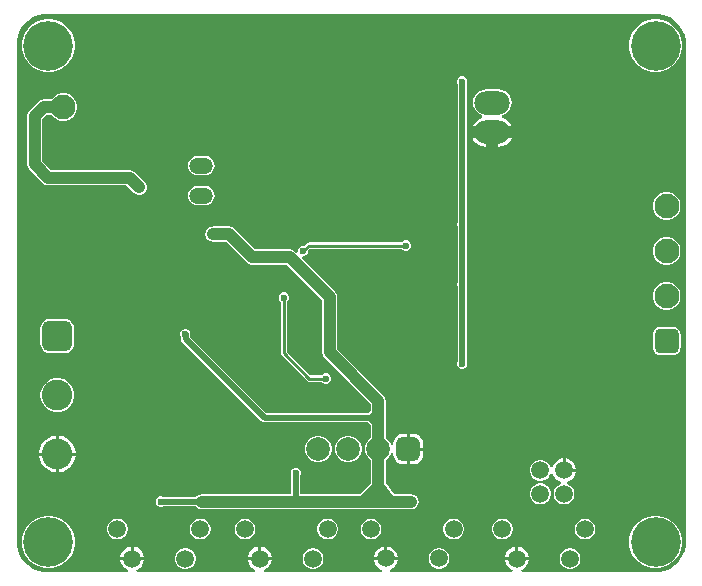
<source format=gbr>
%TF.GenerationSoftware,Altium Limited,Altium Designer,24.6.1 (21)*%
G04 Layer_Physical_Order=2*
G04 Layer_Color=16711680*
%FSLAX45Y45*%
%MOMM*%
%TF.SameCoordinates,C5CCA8AA-8E71-476F-B662-92032E94D40D*%
%TF.FilePolarity,Positive*%
%TF.FileFunction,Copper,L2,Bot,Signal*%
%TF.Part,Single*%
G01*
G75*
%TA.AperFunction,Conductor*%
%ADD28C,0.25400*%
%ADD30C,1.00000*%
%ADD31C,0.50000*%
%TA.AperFunction,ComponentPad*%
%ADD33C,1.50000*%
%ADD34C,2.00000*%
G04:AMPARAMS|DCode=35|XSize=2mm|YSize=2mm|CornerRadius=0.5mm|HoleSize=0mm|Usage=FLASHONLY|Rotation=180.000|XOffset=0mm|YOffset=0mm|HoleType=Round|Shape=RoundedRectangle|*
%AMROUNDEDRECTD35*
21,1,2.00000,1.00000,0,0,180.0*
21,1,1.00000,2.00000,0,0,180.0*
1,1,1.00000,-0.50000,0.50000*
1,1,1.00000,0.50000,0.50000*
1,1,1.00000,0.50000,-0.50000*
1,1,1.00000,-0.50000,-0.50000*
%
%ADD35ROUNDEDRECTD35*%
%ADD36O,2.00000X1.35800*%
%TA.AperFunction,ViaPad*%
%ADD37C,4.20000*%
%TA.AperFunction,ComponentPad*%
%ADD38O,3.00000X2.00000*%
%ADD39C,2.10000*%
%ADD40C,2.60000*%
G04:AMPARAMS|DCode=41|XSize=2.6mm|YSize=2.6mm|CornerRadius=0.65mm|HoleSize=0mm|Usage=FLASHONLY|Rotation=270.000|XOffset=0mm|YOffset=0mm|HoleType=Round|Shape=RoundedRectangle|*
%AMROUNDEDRECTD41*
21,1,2.60000,1.30000,0,0,270.0*
21,1,1.30000,2.60000,0,0,270.0*
1,1,1.30000,-0.65000,-0.65000*
1,1,1.30000,-0.65000,0.65000*
1,1,1.30000,0.65000,0.65000*
1,1,1.30000,0.65000,-0.65000*
%
%ADD41ROUNDEDRECTD41*%
G04:AMPARAMS|DCode=42|XSize=2.1mm|YSize=2.1mm|CornerRadius=0.525mm|HoleSize=0mm|Usage=FLASHONLY|Rotation=90.000|XOffset=0mm|YOffset=0mm|HoleType=Round|Shape=RoundedRectangle|*
%AMROUNDEDRECTD42*
21,1,2.10000,1.05000,0,0,90.0*
21,1,1.05000,2.10000,0,0,90.0*
1,1,1.05000,0.52500,0.52500*
1,1,1.05000,0.52500,-0.52500*
1,1,1.05000,-0.52500,-0.52500*
1,1,1.05000,-0.52500,0.52500*
%
%ADD42ROUNDEDRECTD42*%
%TA.AperFunction,ViaPad*%
%ADD43C,0.60000*%
%ADD44C,1.00000*%
G36*
X9359900Y13893800D02*
X9384917D01*
X9433989Y13884039D01*
X9480214Y13864891D01*
X9521815Y13837094D01*
X9557194Y13801715D01*
X9584991Y13760114D01*
X9604139Y13713889D01*
X9613900Y13664816D01*
Y13639799D01*
X9613900D01*
X9613900Y9423400D01*
Y9398383D01*
X9604139Y9349311D01*
X9584991Y9303086D01*
X9557194Y9261484D01*
X9521815Y9226105D01*
X9480214Y9198308D01*
X9433989Y9179161D01*
X9384917Y9169400D01*
X9359900D01*
Y9169400D01*
X8223787D01*
X8221154Y9189400D01*
X8223924Y9190142D01*
X8246818Y9203360D01*
X8265511Y9222053D01*
X8278729Y9244947D01*
X8285571Y9270482D01*
Y9271000D01*
X8084771D01*
Y9270482D01*
X8091613Y9244947D01*
X8104831Y9222053D01*
X8123524Y9203360D01*
X8146418Y9190142D01*
X8149187Y9189400D01*
X8146554Y9169400D01*
X7110878D01*
X7108245Y9189400D01*
X7113253Y9190742D01*
X7136147Y9203960D01*
X7154840Y9222653D01*
X7168058Y9245547D01*
X7174900Y9271082D01*
Y9271600D01*
X6974100D01*
Y9271082D01*
X6980942Y9245547D01*
X6994160Y9222653D01*
X7012853Y9203960D01*
X7035747Y9190742D01*
X7040755Y9189400D01*
X7038122Y9169400D01*
X6045717Y9169400D01*
X6043084Y9189400D01*
X6045853Y9190142D01*
X6068747Y9203360D01*
X6087440Y9222053D01*
X6100658Y9244947D01*
X6107500Y9270482D01*
Y9271000D01*
X5906700D01*
Y9270482D01*
X5913542Y9244947D01*
X5926760Y9222053D01*
X5945453Y9203360D01*
X5968347Y9190142D01*
X5971116Y9189400D01*
X5968483Y9169400D01*
X4966217D01*
X4963584Y9189400D01*
X4966353Y9190142D01*
X4989247Y9203360D01*
X5007940Y9222053D01*
X5021158Y9244947D01*
X5028000Y9270482D01*
Y9271000D01*
X4827200D01*
Y9270482D01*
X4834042Y9244947D01*
X4847260Y9222053D01*
X4865953Y9203360D01*
X4888847Y9190142D01*
X4891616Y9189400D01*
X4888983Y9169400D01*
X4203700D01*
X4178683D01*
X4129611Y9179161D01*
X4083386Y9198308D01*
X4041784Y9226105D01*
X4006405Y9261484D01*
X3978608Y9303086D01*
X3959461Y9349311D01*
X3949700Y9398383D01*
Y9423400D01*
X3949700D01*
X3949699Y13639799D01*
Y13664816D01*
X3959460Y13713889D01*
X3978607Y13760114D01*
X4006405Y13801715D01*
X4041784Y13837096D01*
X4083386Y13864893D01*
X4129610Y13884039D01*
X4178683Y13893800D01*
X4203700Y13893799D01*
X4203700Y13893800D01*
X9359900Y13893800D01*
D02*
G37*
%LPC*%
G36*
X9381834Y13849800D02*
X9337966D01*
X9294941Y13841241D01*
X9254412Y13824454D01*
X9217937Y13800082D01*
X9186918Y13769063D01*
X9162546Y13732588D01*
X9145758Y13692059D01*
X9137200Y13649034D01*
Y13605167D01*
X9145758Y13562141D01*
X9162546Y13521613D01*
X9186918Y13485136D01*
X9217937Y13454118D01*
X9254412Y13429745D01*
X9294941Y13412958D01*
X9337966Y13404401D01*
X9381834D01*
X9424859Y13412958D01*
X9465388Y13429745D01*
X9501863Y13454118D01*
X9532882Y13485136D01*
X9557254Y13521613D01*
X9574042Y13562141D01*
X9582600Y13605167D01*
Y13649034D01*
X9574042Y13692059D01*
X9557254Y13732588D01*
X9532882Y13769063D01*
X9501863Y13800082D01*
X9465388Y13824454D01*
X9424859Y13841241D01*
X9381834Y13849800D01*
D02*
G37*
G36*
X4238334D02*
X4194466D01*
X4151441Y13841241D01*
X4110912Y13824454D01*
X4074437Y13800082D01*
X4043418Y13769063D01*
X4019046Y13732588D01*
X4002258Y13692059D01*
X3993700Y13649034D01*
Y13605167D01*
X4002258Y13562141D01*
X4019046Y13521613D01*
X4043418Y13485136D01*
X4074437Y13454118D01*
X4110912Y13429745D01*
X4151441Y13412958D01*
X4194466Y13404401D01*
X4238334D01*
X4281359Y13412958D01*
X4321888Y13429745D01*
X4358363Y13454118D01*
X4389382Y13485136D01*
X4413754Y13521613D01*
X4430542Y13562141D01*
X4439100Y13605167D01*
Y13649034D01*
X4430542Y13692059D01*
X4413754Y13732588D01*
X4389382Y13769063D01*
X4358363Y13800082D01*
X4321888Y13824454D01*
X4281359Y13841241D01*
X4238334Y13849800D01*
D02*
G37*
G36*
X4358896Y13224100D02*
X4327904D01*
X4297970Y13216080D01*
X4271130Y13200583D01*
X4249217Y13178670D01*
X4244401Y13170328D01*
X4178300D01*
X4153836Y13165462D01*
X4133096Y13151604D01*
X4056896Y13075404D01*
X4043038Y13054665D01*
X4038172Y13030200D01*
Y12623800D01*
X4043038Y12599336D01*
X4056896Y12578596D01*
X4171196Y12464296D01*
X4191936Y12450438D01*
X4216400Y12445572D01*
X4216402Y12445572D01*
X4878498D01*
X4943259Y12380810D01*
X4948495Y12377312D01*
X4952947Y12372860D01*
X4958763Y12370451D01*
X4963999Y12366952D01*
X4970175Y12365724D01*
X4975992Y12363314D01*
X4982288D01*
X4988463Y12362086D01*
X4994639Y12363314D01*
X5000935D01*
X5006752Y12365724D01*
X5012928Y12366952D01*
X5018164Y12370451D01*
X5023980Y12372860D01*
X5028432Y12377312D01*
X5033668Y12380810D01*
X5037166Y12386046D01*
X5041618Y12390498D01*
X5044027Y12396314D01*
X5047526Y12401550D01*
X5048754Y12407726D01*
X5051163Y12413542D01*
Y12419839D01*
X5052392Y12426014D01*
X5051163Y12432190D01*
Y12438486D01*
X5048754Y12444303D01*
X5047526Y12450479D01*
X5044027Y12455715D01*
X5041618Y12461531D01*
X5037166Y12465982D01*
X5033668Y12471218D01*
X4950182Y12554704D01*
X4929442Y12568562D01*
X4904978Y12573428D01*
X4242880D01*
X4166028Y12650280D01*
Y13003720D01*
X4204780Y13042471D01*
X4244401D01*
X4249217Y13034129D01*
X4271130Y13012218D01*
X4297970Y12996721D01*
X4327904Y12988699D01*
X4358896D01*
X4388830Y12996721D01*
X4415670Y13012218D01*
X4437583Y13034129D01*
X4453079Y13060970D01*
X4461100Y13090904D01*
Y13121896D01*
X4453079Y13151830D01*
X4437583Y13178670D01*
X4415670Y13200583D01*
X4388830Y13216080D01*
X4358896Y13224100D01*
D02*
G37*
G36*
X8025600Y13258173D02*
X7925600D01*
X7896180Y13254298D01*
X7868764Y13242943D01*
X7845222Y13224879D01*
X7827157Y13201337D01*
X7815801Y13173921D01*
X7811927Y13144501D01*
X7815801Y13115079D01*
X7827157Y13087663D01*
X7845222Y13064120D01*
X7868764Y13046057D01*
X7891452Y13036659D01*
X7892575Y13020763D01*
X7892421Y13019884D01*
X7891459Y13016090D01*
X7862359Y13004037D01*
X7836164Y12983936D01*
X7816063Y12957741D01*
X7810579Y12944501D01*
X7975600D01*
X8140621D01*
X8135137Y12957741D01*
X8115036Y12983936D01*
X8088841Y13004037D01*
X8059741Y13016090D01*
X8058779Y13019884D01*
X8058625Y13020763D01*
X8059748Y13036659D01*
X8082436Y13046057D01*
X8105978Y13064120D01*
X8124043Y13087663D01*
X8135399Y13115079D01*
X8139273Y13144501D01*
X8135399Y13173921D01*
X8124043Y13201337D01*
X8105978Y13224879D01*
X8082436Y13242943D01*
X8055020Y13254298D01*
X8025600Y13258173D01*
D02*
G37*
G36*
X8140621Y12844501D02*
X8025600D01*
Y12768018D01*
X8058336Y12772328D01*
X8088841Y12784963D01*
X8115036Y12805064D01*
X8135137Y12831259D01*
X8140621Y12844501D01*
D02*
G37*
G36*
X7925600D02*
X7810579D01*
X7816063Y12831259D01*
X7836164Y12805064D01*
X7862359Y12784963D01*
X7892864Y12772328D01*
X7925600Y12768018D01*
D01*
Y12844501D01*
D02*
G37*
G36*
X5543900Y12692395D02*
X5479700D01*
X5458659Y12689625D01*
X5439052Y12681504D01*
X5422215Y12668585D01*
X5409296Y12651748D01*
X5401175Y12632141D01*
X5398404Y12611100D01*
X5401175Y12590059D01*
X5409296Y12570452D01*
X5422215Y12553615D01*
X5439052Y12540696D01*
X5458659Y12532575D01*
X5479700Y12529805D01*
X5543900D01*
X5564941Y12532575D01*
X5584548Y12540696D01*
X5601385Y12553615D01*
X5614304Y12570452D01*
X5622425Y12590059D01*
X5625196Y12611100D01*
X5622425Y12632141D01*
X5614304Y12651748D01*
X5601385Y12668585D01*
X5584548Y12681504D01*
X5564941Y12689625D01*
X5543900Y12692395D01*
D02*
G37*
G36*
Y12438395D02*
X5479700D01*
X5458659Y12435625D01*
X5439052Y12427504D01*
X5422215Y12414585D01*
X5409296Y12397748D01*
X5401175Y12378141D01*
X5398404Y12357100D01*
X5401175Y12336059D01*
X5409296Y12316452D01*
X5422215Y12299615D01*
X5439052Y12286696D01*
X5458659Y12278575D01*
X5479700Y12275805D01*
X5543900D01*
X5564941Y12278575D01*
X5584548Y12286696D01*
X5601385Y12299615D01*
X5614304Y12316452D01*
X5622425Y12336059D01*
X5625196Y12357100D01*
X5622425Y12378141D01*
X5614304Y12397748D01*
X5601385Y12414585D01*
X5584548Y12427504D01*
X5564941Y12435625D01*
X5543900Y12438395D01*
D02*
G37*
G36*
X9467197Y12385906D02*
X9436206D01*
X9406271Y12377885D01*
X9379432Y12362390D01*
X9357518Y12340476D01*
X9342023Y12313637D01*
X9334002Y12283702D01*
Y12252711D01*
X9342023Y12222776D01*
X9357518Y12195936D01*
X9379432Y12174023D01*
X9406271Y12158527D01*
X9436206Y12150506D01*
X9467197D01*
X9497132Y12158527D01*
X9523971Y12174023D01*
X9545885Y12195936D01*
X9561381Y12222776D01*
X9569402Y12252711D01*
Y12283702D01*
X9561381Y12313637D01*
X9545885Y12340476D01*
X9523971Y12362390D01*
X9497132Y12377885D01*
X9467197Y12385906D01*
D02*
G37*
G36*
X5748722Y12095206D02*
X5608926D01*
X5602750Y12093978D01*
X5596454D01*
X5590637Y12091568D01*
X5584461Y12090340D01*
X5579225Y12086841D01*
X5573409Y12084432D01*
X5568957Y12079981D01*
X5563721Y12076482D01*
X5560223Y12071246D01*
X5555771Y12066795D01*
X5553362Y12060978D01*
X5549863Y12055742D01*
X5548635Y12049566D01*
X5546226Y12043750D01*
Y12037453D01*
X5544997Y12031278D01*
X5546226Y12025102D01*
Y12018806D01*
X5548635Y12012989D01*
X5549863Y12006814D01*
X5553362Y12001578D01*
X5555771Y11995761D01*
X5560223Y11991310D01*
X5563721Y11986074D01*
X5568957Y11982575D01*
X5573409Y11978124D01*
X5579225Y11975714D01*
X5584461Y11972216D01*
X5590637Y11970987D01*
X5596454Y11968578D01*
X5602750D01*
X5608926Y11967350D01*
X5722242D01*
X5898396Y11791196D01*
X5919136Y11777338D01*
X5943600Y11772472D01*
X6234620D01*
X6535155Y11471936D01*
Y11097723D01*
X6535117Y11097529D01*
Y11030042D01*
X6539983Y11005578D01*
X6553841Y10984838D01*
X6946472Y10592207D01*
Y10533342D01*
X6925956Y10512827D01*
X6064234D01*
X5418121Y11158939D01*
Y11172175D01*
X5420470Y11177844D01*
Y11194831D01*
X5413969Y11210525D01*
X5401957Y11222537D01*
X5386263Y11229038D01*
X5369276D01*
X5353582Y11222537D01*
X5341571Y11210525D01*
X5335070Y11194831D01*
Y11177844D01*
X5341244Y11162938D01*
Y11143018D01*
X5341244Y11143017D01*
X5344170Y11128307D01*
X5352503Y11115837D01*
X6021132Y10447208D01*
X6033602Y10438875D01*
X6048312Y10435949D01*
X6048313Y10435949D01*
X6920361D01*
X6946472Y10409839D01*
Y10304026D01*
X6941200Y10300982D01*
X6920218Y10280000D01*
X6905380Y10254301D01*
X6897700Y10225637D01*
Y10195963D01*
X6905380Y10167299D01*
X6920218Y10141600D01*
X6941200Y10120618D01*
X6946472Y10117574D01*
Y9921812D01*
X6854887Y9830228D01*
X6350339D01*
Y9988819D01*
X6354600Y9999106D01*
Y10016094D01*
X6348099Y10031787D01*
X6336087Y10043799D01*
X6320394Y10050300D01*
X6303406D01*
X6287713Y10043799D01*
X6275701Y10031787D01*
X6269200Y10016094D01*
Y9999106D01*
X6273461Y9988819D01*
Y9830228D01*
X5516089D01*
X5491624Y9825362D01*
X5470884Y9811504D01*
X5466364Y9804739D01*
X5187681D01*
X5177394Y9809000D01*
X5160406D01*
X5144713Y9802499D01*
X5132701Y9790487D01*
X5126200Y9774794D01*
Y9757806D01*
X5132701Y9742113D01*
X5144713Y9730101D01*
X5160406Y9723600D01*
X5177394D01*
X5187681Y9727861D01*
X5466364D01*
X5470884Y9721096D01*
X5491624Y9707238D01*
X5516089Y9702372D01*
X7289800D01*
X7314264Y9707238D01*
X7335004Y9721096D01*
X7348862Y9741836D01*
X7353728Y9766300D01*
X7348862Y9790764D01*
X7335004Y9811504D01*
X7314264Y9825362D01*
X7289800Y9830228D01*
X7144025D01*
X7074328Y9920743D01*
Y10117574D01*
X7079600Y10120618D01*
X7100582Y10141600D01*
X7115420Y10167299D01*
X7118349Y10178232D01*
X7138349Y10175599D01*
Y10160800D01*
X7140941Y10141116D01*
X7148538Y10122775D01*
X7160624Y10107024D01*
X7176375Y10094938D01*
X7194716Y10087341D01*
X7214400Y10084749D01*
X7251700D01*
Y10210800D01*
Y10336851D01*
X7214400D01*
X7194716Y10334259D01*
X7176375Y10326662D01*
X7160624Y10314576D01*
X7148538Y10298825D01*
X7140941Y10280484D01*
X7138349Y10260800D01*
Y10246001D01*
X7118349Y10243368D01*
X7115420Y10254301D01*
X7100582Y10280000D01*
X7079600Y10300982D01*
X7074328Y10304026D01*
Y10388600D01*
Y10469802D01*
Y10618687D01*
X7069462Y10643151D01*
X7055604Y10663891D01*
X6662973Y11056522D01*
Y11097374D01*
X6663012Y11097568D01*
Y11498416D01*
X6658146Y11522881D01*
X6644288Y11543621D01*
X6361886Y11826023D01*
X6363105Y11830510D01*
X6371693Y11844500D01*
X6383894D01*
X6399587Y11851001D01*
X6411599Y11863013D01*
X6418100Y11878706D01*
Y11893275D01*
X6432981Y11908156D01*
X7210017D01*
X7220319Y11897855D01*
X7236013Y11891354D01*
X7253000D01*
X7268694Y11897855D01*
X7280705Y11909866D01*
X7287206Y11925560D01*
Y11942547D01*
X7280705Y11958241D01*
X7268694Y11970253D01*
X7253000Y11976754D01*
X7236013D01*
X7220319Y11970253D01*
X7210017Y11959951D01*
X6422254D01*
X6412343Y11957980D01*
X6403941Y11952366D01*
X6381475Y11929900D01*
X6366906D01*
X6351213Y11923399D01*
X6339201Y11911387D01*
X6332700Y11895694D01*
Y11883493D01*
X6318710Y11874905D01*
X6314223Y11873686D01*
X6306304Y11881604D01*
X6285564Y11895462D01*
X6261100Y11900328D01*
X5970080D01*
X5793926Y12076482D01*
X5773186Y12090340D01*
X5748722Y12095206D01*
D02*
G37*
G36*
X9467197Y12004906D02*
X9436206D01*
X9406271Y11996885D01*
X9379432Y11981390D01*
X9357518Y11959476D01*
X9342023Y11932637D01*
X9334002Y11902702D01*
Y11871711D01*
X9342023Y11841776D01*
X9357518Y11814936D01*
X9379432Y11793023D01*
X9406271Y11777527D01*
X9436206Y11769506D01*
X9467197D01*
X9497132Y11777527D01*
X9523971Y11793023D01*
X9545885Y11814936D01*
X9561381Y11841776D01*
X9569402Y11871711D01*
Y11902702D01*
X9561381Y11932637D01*
X9545885Y11959476D01*
X9523971Y11981390D01*
X9497132Y11996885D01*
X9467197Y12004906D01*
D02*
G37*
G36*
Y11623906D02*
X9436206D01*
X9406271Y11615885D01*
X9379432Y11600390D01*
X9357518Y11578476D01*
X9342023Y11551637D01*
X9334002Y11521702D01*
Y11490711D01*
X9342023Y11460776D01*
X9357518Y11433936D01*
X9379432Y11412023D01*
X9406271Y11396527D01*
X9436206Y11388506D01*
X9467197D01*
X9497132Y11396527D01*
X9523971Y11412023D01*
X9545885Y11433936D01*
X9561381Y11460776D01*
X9569402Y11490711D01*
Y11521702D01*
X9561381Y11551637D01*
X9545885Y11578476D01*
X9523971Y11600390D01*
X9497132Y11615885D01*
X9467197Y11623906D01*
D02*
G37*
G36*
X4357600Y11311371D02*
X4227600D01*
X4207316Y11308700D01*
X4188415Y11300871D01*
X4172184Y11288416D01*
X4159729Y11272185D01*
X4151900Y11253284D01*
X4149229Y11233000D01*
Y11103000D01*
X4151900Y11082716D01*
X4159729Y11063815D01*
X4172184Y11047584D01*
X4188415Y11035129D01*
X4207316Y11027300D01*
X4227600Y11024629D01*
X4357600D01*
X4377884Y11027300D01*
X4396785Y11035129D01*
X4413016Y11047584D01*
X4425471Y11063815D01*
X4433300Y11082716D01*
X4435971Y11103000D01*
Y11233000D01*
X4433300Y11253284D01*
X4425471Y11272185D01*
X4413016Y11288416D01*
X4396785Y11300871D01*
X4377884Y11308700D01*
X4357600Y11311371D01*
D02*
G37*
G36*
X9504202Y11243469D02*
X9399202D01*
X9382181Y11241228D01*
X9366320Y11234658D01*
X9352700Y11224207D01*
X9342250Y11210587D01*
X9335680Y11194727D01*
X9333439Y11177706D01*
Y11072706D01*
X9335680Y11055686D01*
X9342250Y11039825D01*
X9352700Y11026205D01*
X9366320Y11015754D01*
X9382181Y11009184D01*
X9399202Y11006943D01*
X9504202D01*
X9521222Y11009184D01*
X9537083Y11015754D01*
X9550703Y11026205D01*
X9561154Y11039825D01*
X9567724Y11055686D01*
X9569964Y11072706D01*
Y11177706D01*
X9567724Y11194727D01*
X9561154Y11210587D01*
X9550703Y11224207D01*
X9537083Y11234658D01*
X9521222Y11241228D01*
X9504202Y11243469D01*
D02*
G37*
G36*
X7730094Y13364999D02*
X7713106D01*
X7697413Y13358499D01*
X7685401Y13346487D01*
X7678900Y13330794D01*
Y13313806D01*
X7683161Y13303519D01*
Y12134581D01*
X7678900Y12124294D01*
Y12107306D01*
X7682907Y12097633D01*
Y11626304D01*
X7678391Y11615402D01*
Y11598415D01*
X7683352Y11586438D01*
Y10953290D01*
X7679091Y10943002D01*
Y10926015D01*
X7685592Y10910321D01*
X7697604Y10898310D01*
X7713298Y10891809D01*
X7730285D01*
X7745978Y10898310D01*
X7757990Y10910321D01*
X7764491Y10926015D01*
Y10943002D01*
X7760230Y10953290D01*
Y11589818D01*
X7763791Y11598415D01*
Y11615402D01*
X7759784Y11625075D01*
Y12096405D01*
X7764300Y12107306D01*
Y12124294D01*
X7760039Y12134581D01*
Y13303519D01*
X7764300Y13313806D01*
Y13330794D01*
X7757799Y13346487D01*
X7745787Y13358499D01*
X7730094Y13364999D01*
D02*
G37*
G36*
X6218794Y11536200D02*
X6201806D01*
X6186113Y11529699D01*
X6174101Y11517687D01*
X6167600Y11501994D01*
Y11485006D01*
X6174101Y11469313D01*
X6184402Y11459011D01*
Y11023600D01*
X6186374Y11013689D01*
X6191988Y11005288D01*
X6407888Y10789388D01*
X6416289Y10783774D01*
X6426200Y10781802D01*
X6531411D01*
X6541713Y10771501D01*
X6557406Y10765000D01*
X6574394D01*
X6590087Y10771501D01*
X6602099Y10783513D01*
X6608600Y10799206D01*
Y10816194D01*
X6602099Y10831887D01*
X6590087Y10843899D01*
X6574394Y10850400D01*
X6557406D01*
X6541713Y10843899D01*
X6531411Y10833598D01*
X6436927D01*
X6236198Y11034327D01*
Y11459011D01*
X6246499Y11469313D01*
X6253000Y11485006D01*
Y11501994D01*
X6246499Y11517687D01*
X6234487Y11529699D01*
X6218794Y11536200D01*
D02*
G37*
G36*
X4311387Y10810700D02*
X4273813D01*
X4237520Y10800975D01*
X4204980Y10782188D01*
X4178412Y10755620D01*
X4159625Y10723080D01*
X4149900Y10686787D01*
Y10649213D01*
X4159625Y10612920D01*
X4178412Y10580380D01*
X4204980Y10553812D01*
X4237520Y10535025D01*
X4273813Y10525300D01*
X4311387D01*
X4347680Y10535025D01*
X4380220Y10553812D01*
X4406788Y10580380D01*
X4425575Y10612920D01*
X4435300Y10649213D01*
Y10686787D01*
X4425575Y10723080D01*
X4406788Y10755620D01*
X4380220Y10782188D01*
X4347680Y10800975D01*
X4311387Y10810700D01*
D02*
G37*
G36*
X7314400Y10336851D02*
X7277100D01*
Y10223500D01*
X7390451D01*
Y10260800D01*
X7387859Y10280484D01*
X7380262Y10298825D01*
X7368176Y10314576D01*
X7352425Y10326662D01*
X7334084Y10334259D01*
X7314400Y10336851D01*
D02*
G37*
G36*
X4307906Y10323400D02*
X4305300D01*
Y10180700D01*
X4448000D01*
Y10183306D01*
X4442028Y10213329D01*
X4430314Y10241609D01*
X4413307Y10267062D01*
X4391662Y10288707D01*
X4366209Y10305714D01*
X4337929Y10317428D01*
X4307906Y10323400D01*
D02*
G37*
G36*
X4279900D02*
X4277294D01*
X4247271Y10317428D01*
X4218991Y10305714D01*
X4193538Y10288707D01*
X4171893Y10267062D01*
X4154886Y10241609D01*
X4143172Y10213329D01*
X4137200Y10183306D01*
Y10180700D01*
X4279900D01*
Y10323400D01*
D02*
G37*
G36*
X6771237Y10323500D02*
X6741563D01*
X6712899Y10315820D01*
X6687200Y10300982D01*
X6666218Y10280000D01*
X6651380Y10254301D01*
X6643700Y10225637D01*
Y10195963D01*
X6651380Y10167299D01*
X6666218Y10141600D01*
X6687200Y10120618D01*
X6712899Y10105780D01*
X6741563Y10098100D01*
X6771237D01*
X6799901Y10105780D01*
X6825600Y10120618D01*
X6846582Y10141600D01*
X6861420Y10167299D01*
X6869100Y10195963D01*
Y10225637D01*
X6861420Y10254301D01*
X6846582Y10280000D01*
X6825600Y10300982D01*
X6799901Y10315820D01*
X6771237Y10323500D01*
D02*
G37*
G36*
X6517237D02*
X6487563D01*
X6458899Y10315820D01*
X6433200Y10300982D01*
X6412218Y10280000D01*
X6397380Y10254301D01*
X6389700Y10225637D01*
Y10195963D01*
X6397380Y10167299D01*
X6412218Y10141600D01*
X6433200Y10120618D01*
X6458899Y10105780D01*
X6487563Y10098100D01*
X6517237D01*
X6545901Y10105780D01*
X6571600Y10120618D01*
X6592582Y10141600D01*
X6607420Y10167299D01*
X6615100Y10195963D01*
Y10225637D01*
X6607420Y10254301D01*
X6592582Y10280000D01*
X6571600Y10300982D01*
X6545901Y10315820D01*
X6517237Y10323500D01*
D02*
G37*
G36*
X7390451Y10198100D02*
X7277100D01*
Y10084749D01*
X7314400D01*
X7334084Y10087341D01*
X7352425Y10094938D01*
X7368176Y10107024D01*
X7380262Y10122775D01*
X7387859Y10141116D01*
X7390451Y10160800D01*
Y10198100D01*
D02*
G37*
G36*
X8570900Y10131800D02*
X8570382D01*
X8544847Y10124958D01*
X8521953Y10111740D01*
X8503260Y10093047D01*
X8490042Y10070153D01*
X8487379Y10060213D01*
X8466673Y10060213D01*
X8465323Y10065251D01*
X8453777Y10085249D01*
X8437449Y10101577D01*
X8417451Y10113123D01*
X8395146Y10119100D01*
X8372054D01*
X8349749Y10113123D01*
X8329751Y10101577D01*
X8313423Y10085249D01*
X8301877Y10065251D01*
X8295900Y10042946D01*
Y10019854D01*
X8301877Y9997549D01*
X8313423Y9977551D01*
X8329751Y9961223D01*
X8349749Y9949677D01*
X8372054Y9943700D01*
X8395146D01*
X8417451Y9949677D01*
X8437449Y9961223D01*
X8453777Y9977551D01*
X8465323Y9997549D01*
X8466673Y10002588D01*
X8487379Y10002587D01*
X8490042Y9992647D01*
X8503260Y9969753D01*
X8521953Y9951060D01*
X8544847Y9937842D01*
X8554787Y9935179D01*
X8554788Y9914473D01*
X8549749Y9913123D01*
X8529751Y9901577D01*
X8513423Y9885249D01*
X8501877Y9865251D01*
X8495900Y9842946D01*
Y9819854D01*
X8501877Y9797549D01*
X8513423Y9777551D01*
X8529751Y9761223D01*
X8549749Y9749677D01*
X8572054Y9743700D01*
X8595146D01*
X8617451Y9749677D01*
X8637449Y9761223D01*
X8653777Y9777551D01*
X8665323Y9797549D01*
X8671300Y9819854D01*
Y9842946D01*
X8665323Y9865251D01*
X8653777Y9885249D01*
X8637449Y9901577D01*
X8617451Y9913123D01*
X8612413Y9914473D01*
X8612413Y9935179D01*
X8622353Y9937842D01*
X8645247Y9951060D01*
X8663940Y9969753D01*
X8677158Y9992647D01*
X8684000Y10018182D01*
Y10018700D01*
X8583600D01*
Y10031400D01*
X8570900D01*
Y10131800D01*
D02*
G37*
G36*
X8596818D02*
X8596300D01*
Y10044100D01*
X8684000D01*
Y10044618D01*
X8677158Y10070153D01*
X8663940Y10093047D01*
X8645247Y10111740D01*
X8622353Y10124958D01*
X8596818Y10131800D01*
D02*
G37*
G36*
X4448000Y10155300D02*
X4305300D01*
Y10012600D01*
X4307906D01*
X4337929Y10018572D01*
X4366209Y10030286D01*
X4391662Y10047293D01*
X4413307Y10068938D01*
X4430314Y10094391D01*
X4442028Y10122671D01*
X4448000Y10152694D01*
Y10155300D01*
D02*
G37*
G36*
X4279900D02*
X4137200D01*
Y10152694D01*
X4143172Y10122671D01*
X4154886Y10094391D01*
X4171893Y10068938D01*
X4193538Y10047293D01*
X4218991Y10030286D01*
X4247271Y10018572D01*
X4277294Y10012600D01*
X4279900D01*
Y10155300D01*
D02*
G37*
G36*
X8395146Y9919100D02*
X8372054D01*
X8349749Y9913123D01*
X8329751Y9901577D01*
X8313423Y9885249D01*
X8301877Y9865251D01*
X8295900Y9842946D01*
Y9819854D01*
X8301877Y9797549D01*
X8313423Y9777551D01*
X8329751Y9761223D01*
X8349749Y9749677D01*
X8372054Y9743700D01*
X8395146D01*
X8417451Y9749677D01*
X8437449Y9761223D01*
X8453777Y9777551D01*
X8465323Y9797549D01*
X8471300Y9819854D01*
Y9842946D01*
X8465323Y9865251D01*
X8453777Y9885249D01*
X8437449Y9901577D01*
X8417451Y9913123D01*
X8395146Y9919100D01*
D02*
G37*
G36*
X7661046Y9622000D02*
X7637954D01*
X7615649Y9616023D01*
X7595651Y9604477D01*
X7579323Y9588149D01*
X7567777Y9568151D01*
X7561800Y9545846D01*
Y9522754D01*
X7567777Y9500449D01*
X7579323Y9480451D01*
X7595651Y9464123D01*
X7615649Y9452577D01*
X7637954Y9446600D01*
X7661046D01*
X7683351Y9452577D01*
X7703349Y9464123D01*
X7719677Y9480451D01*
X7731223Y9500449D01*
X7737200Y9522754D01*
Y9545846D01*
X7731223Y9568151D01*
X7719677Y9588149D01*
X7703349Y9604477D01*
X7683351Y9616023D01*
X7661046Y9622000D01*
D02*
G37*
G36*
X6961046D02*
X6937954D01*
X6915649Y9616023D01*
X6895651Y9604477D01*
X6879323Y9588149D01*
X6867777Y9568151D01*
X6861800Y9545846D01*
Y9522754D01*
X6867777Y9500449D01*
X6879323Y9480451D01*
X6895651Y9464123D01*
X6915649Y9452577D01*
X6937954Y9446600D01*
X6961046D01*
X6983351Y9452577D01*
X7003349Y9464123D01*
X7019677Y9480451D01*
X7031223Y9500449D01*
X7037200Y9522754D01*
Y9545846D01*
X7031223Y9568151D01*
X7019677Y9588149D01*
X7003349Y9604477D01*
X6983351Y9616023D01*
X6961046Y9622000D01*
D02*
G37*
G36*
X8771717Y9621400D02*
X8748625D01*
X8726320Y9615423D01*
X8706322Y9603877D01*
X8689994Y9587549D01*
X8678448Y9567551D01*
X8672471Y9545246D01*
Y9522154D01*
X8678448Y9499849D01*
X8689994Y9479851D01*
X8706322Y9463523D01*
X8726320Y9451977D01*
X8748625Y9446000D01*
X8771717D01*
X8794022Y9451977D01*
X8814020Y9463523D01*
X8830348Y9479851D01*
X8841894Y9499849D01*
X8847871Y9522154D01*
Y9545246D01*
X8841894Y9567551D01*
X8830348Y9587549D01*
X8814020Y9603877D01*
X8794022Y9615423D01*
X8771717Y9621400D01*
D02*
G37*
G36*
X8071717D02*
X8048625D01*
X8026320Y9615423D01*
X8006322Y9603877D01*
X7989994Y9587549D01*
X7978448Y9567551D01*
X7972471Y9545246D01*
Y9522154D01*
X7978448Y9499849D01*
X7989994Y9479851D01*
X8006322Y9463523D01*
X8026320Y9451977D01*
X8048625Y9446000D01*
X8071717D01*
X8094022Y9451977D01*
X8114020Y9463523D01*
X8130348Y9479851D01*
X8141894Y9499849D01*
X8147871Y9522154D01*
Y9545246D01*
X8141894Y9567551D01*
X8130348Y9587549D01*
X8114020Y9603877D01*
X8094022Y9615423D01*
X8071717Y9621400D01*
D02*
G37*
G36*
X6593646D02*
X6570554D01*
X6548249Y9615423D01*
X6528251Y9603877D01*
X6511923Y9587549D01*
X6500377Y9567551D01*
X6494400Y9545246D01*
Y9522154D01*
X6500377Y9499849D01*
X6511923Y9479851D01*
X6528251Y9463523D01*
X6548249Y9451977D01*
X6570554Y9446000D01*
X6593646D01*
X6615951Y9451977D01*
X6635949Y9463523D01*
X6652277Y9479851D01*
X6663823Y9499849D01*
X6669800Y9522154D01*
Y9545246D01*
X6663823Y9567551D01*
X6652277Y9587549D01*
X6635949Y9603877D01*
X6615951Y9615423D01*
X6593646Y9621400D01*
D02*
G37*
G36*
X5893646D02*
X5870554D01*
X5848249Y9615423D01*
X5828251Y9603877D01*
X5811923Y9587549D01*
X5800377Y9567551D01*
X5794400Y9545246D01*
Y9522154D01*
X5800377Y9499849D01*
X5811923Y9479851D01*
X5828251Y9463523D01*
X5848249Y9451977D01*
X5870554Y9446000D01*
X5893646D01*
X5915951Y9451977D01*
X5935949Y9463523D01*
X5952277Y9479851D01*
X5963823Y9499849D01*
X5969800Y9522154D01*
Y9545246D01*
X5963823Y9567551D01*
X5952277Y9587549D01*
X5935949Y9603877D01*
X5915951Y9615423D01*
X5893646Y9621400D01*
D02*
G37*
G36*
X5514146D02*
X5491054D01*
X5468749Y9615423D01*
X5448751Y9603877D01*
X5432423Y9587549D01*
X5420877Y9567551D01*
X5414900Y9545246D01*
Y9522154D01*
X5420877Y9499849D01*
X5432423Y9479851D01*
X5448751Y9463523D01*
X5468749Y9451977D01*
X5491054Y9446000D01*
X5514146D01*
X5536451Y9451977D01*
X5556449Y9463523D01*
X5572777Y9479851D01*
X5584323Y9499849D01*
X5590300Y9522154D01*
Y9545246D01*
X5584323Y9567551D01*
X5572777Y9587549D01*
X5556449Y9603877D01*
X5536451Y9615423D01*
X5514146Y9621400D01*
D02*
G37*
G36*
X4814146D02*
X4791054D01*
X4768749Y9615423D01*
X4748751Y9603877D01*
X4732423Y9587549D01*
X4720877Y9567551D01*
X4714900Y9545246D01*
Y9522154D01*
X4720877Y9499849D01*
X4732423Y9479851D01*
X4748751Y9463523D01*
X4768749Y9451977D01*
X4791054Y9446000D01*
X4814146D01*
X4836451Y9451977D01*
X4856449Y9463523D01*
X4872777Y9479851D01*
X4884323Y9499849D01*
X4890300Y9522154D01*
Y9545246D01*
X4884323Y9567551D01*
X4872777Y9587549D01*
X4856449Y9603877D01*
X4836451Y9615423D01*
X4814146Y9621400D01*
D02*
G37*
G36*
X7087718Y9384700D02*
X7087200D01*
Y9297000D01*
X7174900D01*
Y9297518D01*
X7168058Y9323053D01*
X7154840Y9345947D01*
X7136147Y9364640D01*
X7113253Y9377858D01*
X7087718Y9384700D01*
D02*
G37*
G36*
X7061800D02*
X7061282D01*
X7035747Y9377858D01*
X7012853Y9364640D01*
X6994160Y9345947D01*
X6980942Y9323053D01*
X6974100Y9297518D01*
Y9297000D01*
X7061800D01*
Y9384700D01*
D02*
G37*
G36*
X8198389Y9384100D02*
X8197871D01*
Y9296400D01*
X8285571D01*
Y9296918D01*
X8278729Y9322453D01*
X8265511Y9345347D01*
X8246818Y9364040D01*
X8223924Y9377258D01*
X8198389Y9384100D01*
D02*
G37*
G36*
X8172471D02*
X8171953D01*
X8146418Y9377258D01*
X8123524Y9364040D01*
X8104831Y9345347D01*
X8091613Y9322453D01*
X8084771Y9296918D01*
Y9296400D01*
X8172471D01*
Y9384100D01*
D02*
G37*
G36*
X6020318D02*
X6019800D01*
Y9296400D01*
X6107500D01*
Y9296918D01*
X6100658Y9322453D01*
X6087440Y9345347D01*
X6068747Y9364040D01*
X6045853Y9377258D01*
X6020318Y9384100D01*
D02*
G37*
G36*
X5994400D02*
X5993882D01*
X5968347Y9377258D01*
X5945453Y9364040D01*
X5926760Y9345347D01*
X5913542Y9322453D01*
X5906700Y9296918D01*
Y9296400D01*
X5994400D01*
Y9384100D01*
D02*
G37*
G36*
X4940818D02*
X4940300D01*
Y9296400D01*
X5028000D01*
Y9296918D01*
X5021158Y9322453D01*
X5007940Y9345347D01*
X4989247Y9364040D01*
X4966353Y9377258D01*
X4940818Y9384100D01*
D02*
G37*
G36*
X4914900D02*
X4914382D01*
X4888847Y9377258D01*
X4865953Y9364040D01*
X4847260Y9345347D01*
X4834042Y9322453D01*
X4827200Y9296918D01*
Y9296400D01*
X4914900D01*
Y9384100D01*
D02*
G37*
G36*
X9381834Y9646100D02*
X9337966D01*
X9294941Y9637542D01*
X9254412Y9620754D01*
X9217937Y9596382D01*
X9186918Y9565363D01*
X9162546Y9528888D01*
X9145758Y9488359D01*
X9137200Y9445334D01*
Y9401466D01*
X9145758Y9358441D01*
X9162546Y9317912D01*
X9186918Y9281437D01*
X9217937Y9250418D01*
X9254412Y9226046D01*
X9294941Y9209258D01*
X9337966Y9200700D01*
X9381834D01*
X9424859Y9209258D01*
X9465388Y9226046D01*
X9501863Y9250418D01*
X9532882Y9281437D01*
X9557254Y9317912D01*
X9574042Y9358441D01*
X9582600Y9401466D01*
Y9445334D01*
X9574042Y9488359D01*
X9557254Y9528888D01*
X9532882Y9565363D01*
X9501863Y9596382D01*
X9465388Y9620754D01*
X9424859Y9637542D01*
X9381834Y9646100D01*
D02*
G37*
G36*
X4238334D02*
X4194466D01*
X4151441Y9637542D01*
X4110912Y9620754D01*
X4074437Y9596382D01*
X4043418Y9565363D01*
X4019046Y9528888D01*
X4002258Y9488359D01*
X3993700Y9445334D01*
Y9401466D01*
X4002258Y9358441D01*
X4019046Y9317912D01*
X4043418Y9281437D01*
X4074437Y9250418D01*
X4110912Y9226046D01*
X4151441Y9209258D01*
X4194466Y9200700D01*
X4238334D01*
X4281359Y9209258D01*
X4321888Y9226046D01*
X4358363Y9250418D01*
X4389382Y9281437D01*
X4413754Y9317912D01*
X4430542Y9358441D01*
X4439100Y9401466D01*
Y9445334D01*
X4430542Y9488359D01*
X4413754Y9528888D01*
X4389382Y9565363D01*
X4358363Y9596382D01*
X4321888Y9620754D01*
X4281359Y9637542D01*
X4238334Y9646100D01*
D02*
G37*
G36*
X7536046Y9372000D02*
X7512954D01*
X7490649Y9366023D01*
X7470651Y9354477D01*
X7454323Y9338149D01*
X7442777Y9318151D01*
X7436800Y9295846D01*
Y9272754D01*
X7442777Y9250449D01*
X7454323Y9230451D01*
X7470651Y9214123D01*
X7490649Y9202577D01*
X7512954Y9196600D01*
X7536046D01*
X7558351Y9202577D01*
X7578349Y9214123D01*
X7594677Y9230451D01*
X7606223Y9250449D01*
X7612200Y9272754D01*
Y9295846D01*
X7606223Y9318151D01*
X7594677Y9338149D01*
X7578349Y9354477D01*
X7558351Y9366023D01*
X7536046Y9372000D01*
D02*
G37*
G36*
X8646717Y9371400D02*
X8623625D01*
X8601320Y9365423D01*
X8581322Y9353877D01*
X8564994Y9337549D01*
X8553448Y9317551D01*
X8547471Y9295246D01*
Y9272154D01*
X8553448Y9249849D01*
X8564994Y9229851D01*
X8581322Y9213523D01*
X8601320Y9201977D01*
X8623625Y9196000D01*
X8646717D01*
X8669022Y9201977D01*
X8689020Y9213523D01*
X8705348Y9229851D01*
X8716894Y9249849D01*
X8722871Y9272154D01*
Y9295246D01*
X8716894Y9317551D01*
X8705348Y9337549D01*
X8689020Y9353877D01*
X8669022Y9365423D01*
X8646717Y9371400D01*
D02*
G37*
G36*
X6468646D02*
X6445554D01*
X6423249Y9365423D01*
X6403251Y9353877D01*
X6386923Y9337549D01*
X6375377Y9317551D01*
X6369400Y9295246D01*
Y9272154D01*
X6375377Y9249849D01*
X6386923Y9229851D01*
X6403251Y9213523D01*
X6423249Y9201977D01*
X6445554Y9196000D01*
X6468646D01*
X6490951Y9201977D01*
X6510949Y9213523D01*
X6527277Y9229851D01*
X6538823Y9249849D01*
X6544800Y9272154D01*
Y9295246D01*
X6538823Y9317551D01*
X6527277Y9337549D01*
X6510949Y9353877D01*
X6490951Y9365423D01*
X6468646Y9371400D01*
D02*
G37*
G36*
X5389146D02*
X5366054D01*
X5343749Y9365423D01*
X5323751Y9353877D01*
X5307423Y9337549D01*
X5295877Y9317551D01*
X5289900Y9295246D01*
Y9272154D01*
X5295877Y9249849D01*
X5307423Y9229851D01*
X5323751Y9213523D01*
X5343749Y9201977D01*
X5366054Y9196000D01*
X5389146D01*
X5411451Y9201977D01*
X5431449Y9213523D01*
X5447777Y9229851D01*
X5459323Y9249849D01*
X5465300Y9272154D01*
Y9295246D01*
X5459323Y9317551D01*
X5447777Y9337549D01*
X5431449Y9353877D01*
X5411451Y9365423D01*
X5389146Y9371400D01*
D02*
G37*
%LPD*%
G36*
X7055760Y10483091D02*
Y10464129D01*
X6974211Y10401541D01*
X6904160Y10471591D01*
X6972935Y10540365D01*
X7055760Y10483091D01*
D02*
G37*
G36*
X7137400Y9816300D02*
X7010400Y9716300D01*
X6860400Y9816300D01*
X6960400Y9916300D01*
X7060400D01*
X7137400Y9816300D01*
D02*
G37*
D28*
X6210300Y11023600D02*
Y11493500D01*
Y11023600D02*
X6426200Y10807700D01*
X6565900D01*
X6422254Y11934054D02*
X7244506D01*
X6375400Y11887200D02*
X6422254Y11934054D01*
D30*
X4216400Y12509500D02*
X4904978D01*
X4102100Y12623800D02*
Y13030200D01*
Y12623800D02*
X4216400Y12509500D01*
X4904978D02*
X4988463Y12426014D01*
X4102100Y13030200D02*
X4178300Y13106400D01*
X4343400D01*
X7010400Y9766300D02*
X7289800D01*
X7010400Y10210800D02*
Y10388600D01*
Y9766300D02*
Y10210800D01*
Y10469802D02*
Y10618687D01*
X6599084Y11097568D02*
Y11498416D01*
X6599045Y11030042D02*
Y11097529D01*
X6299200Y9766300D02*
X7010400D01*
Y10388600D02*
Y10469802D01*
X6599045Y11030042D02*
X7010400Y10618687D01*
X7005814Y10474388D02*
X7010400Y10469802D01*
X5516089Y9766300D02*
X6299200D01*
X5748722Y12031278D02*
X5943600Y11836400D01*
X5608926Y12031278D02*
X5748722D01*
X5943600Y11836400D02*
X6261100D01*
X6599084Y11498416D01*
X6599045Y11097529D02*
X6599084Y11097568D01*
D31*
X7721345Y11607354D02*
X7721791Y11606909D01*
Y10934891D02*
Y11606909D01*
X7721600Y10934700D02*
X7721791Y10934891D01*
X7721600Y12115800D02*
Y13322301D01*
X7721345Y12115545D02*
X7721600Y12115800D01*
X7721345Y11607354D02*
Y12115545D01*
X5379683Y11143017D02*
X6048312Y10474388D01*
X7005814D01*
X5379683Y11143017D02*
Y11184425D01*
X5377770Y11186338D02*
X5379683Y11184425D01*
X6311900Y9779000D02*
Y10007600D01*
X6299200Y9766300D02*
X6311900Y9779000D01*
X5168900Y9766300D02*
X5516089D01*
D33*
X4927600Y9283700D02*
D03*
X5377600D02*
D03*
X4802600Y9533700D02*
D03*
X5502600D02*
D03*
X7649500Y9534300D02*
D03*
X6949500D02*
D03*
X7524500Y9284300D02*
D03*
X7074500D02*
D03*
X8383600Y9831400D02*
D03*
Y10031400D02*
D03*
X8583600Y9831400D02*
D03*
Y10031400D02*
D03*
X6582100Y9533700D02*
D03*
X5882100D02*
D03*
X6457100Y9283700D02*
D03*
X6007100D02*
D03*
X8760171Y9533700D02*
D03*
X8060171D02*
D03*
X8635171Y9283700D02*
D03*
X8185171D02*
D03*
D34*
X6502400Y10210800D02*
D03*
X6756400D02*
D03*
X7010400D02*
D03*
D35*
X7264400D02*
D03*
D36*
X5511800Y12611100D02*
D03*
Y12357100D02*
D03*
D37*
X4216400Y9423400D02*
D03*
X9359900D02*
D03*
Y13627100D02*
D03*
X4216400D02*
D03*
D38*
X7975600Y13144501D02*
D03*
Y12894501D02*
D03*
D39*
X4343400Y12725400D02*
D03*
Y13106400D02*
D03*
X9451702Y11506206D02*
D03*
Y11887206D02*
D03*
Y12268206D02*
D03*
D40*
X4292600Y10168000D02*
D03*
Y10668000D02*
D03*
D41*
Y11168000D02*
D03*
D42*
X9451702Y11125206D02*
D03*
D43*
X6286500Y11379200D02*
D03*
X5740400Y11341100D02*
D03*
X5816600Y11137900D02*
D03*
Y11264900D02*
D03*
X6172200Y10960100D02*
D03*
X7467600Y10096500D02*
D03*
X7658100Y9906000D02*
D03*
X7594600Y9969500D02*
D03*
X7531100Y10033000D02*
D03*
X5016500Y11607800D02*
D03*
X4965700Y11671300D02*
D03*
X4914900Y11607800D02*
D03*
X4864100Y11671300D02*
D03*
X4813300Y11607800D02*
D03*
X4762500Y11671300D02*
D03*
X7327900Y12573000D02*
D03*
X6908800Y12687300D02*
D03*
X6400800D02*
D03*
X5981700Y12573000D02*
D03*
X7721600Y13322301D02*
D03*
X7289800Y9766300D02*
D03*
X6248400D02*
D03*
X5486400Y10528300D02*
D03*
Y10452100D02*
D03*
X8064500Y10299223D02*
D03*
X7988300D02*
D03*
X8064500Y10998200D02*
D03*
X7988300D02*
D03*
Y11696700D02*
D03*
X8064500D02*
D03*
X7874000Y10223023D02*
D03*
X7950200D02*
D03*
X8026400D02*
D03*
X8102600D02*
D03*
X7874000Y10922000D02*
D03*
X7950200D02*
D03*
X8026400D02*
D03*
X8102600D02*
D03*
Y11620500D02*
D03*
X8026400D02*
D03*
X7950200D02*
D03*
X7874000D02*
D03*
X6362700Y12052300D02*
D03*
X6946900D02*
D03*
X6807200Y11163300D02*
D03*
X6769100Y11430000D02*
D03*
X6807200Y11315700D02*
D03*
X6146800Y10375900D02*
D03*
X5143500Y11201400D02*
D03*
Y11353800D02*
D03*
Y11442700D02*
D03*
Y11277600D02*
D03*
X5740400Y11201400D02*
D03*
X6286500Y11277600D02*
D03*
Y11125200D02*
D03*
X5702300Y10655300D02*
D03*
X7721600Y12115800D02*
D03*
X7721091Y11606909D02*
D03*
X7721791Y10934509D02*
D03*
X7005814Y10474388D02*
D03*
X5377770Y11186338D02*
D03*
X6210300Y11493500D02*
D03*
X6565900Y10807700D02*
D03*
X6311900Y10007600D02*
D03*
X5168900Y9766300D02*
D03*
X7010400Y10388600D02*
D03*
X7244506Y11934054D02*
D03*
X6375400Y11887200D02*
D03*
X6599074Y11409148D02*
D03*
X6597550Y11070290D02*
D03*
D44*
X4988463Y12426014D02*
D03*
X5608926Y12031278D02*
D03*
%TF.MD5,431707be4ea656ec3a2995f7e296c602*%
M02*

</source>
